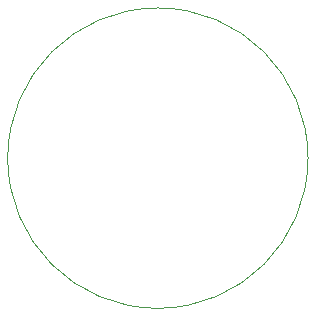
<source format=gm1>
G04 #@! TF.GenerationSoftware,KiCad,Pcbnew,(6.0.0)*
G04 #@! TF.CreationDate,2022-11-07T22:53:33+10:30*
G04 #@! TF.ProjectId,MicroTVbGone_r2,4d696372-6f54-4566-9247-6f6e655f7232,rev?*
G04 #@! TF.SameCoordinates,Original*
G04 #@! TF.FileFunction,Profile,NP*
%FSLAX46Y46*%
G04 Gerber Fmt 4.6, Leading zero omitted, Abs format (unit mm)*
G04 Created by KiCad (PCBNEW (6.0.0)) date 2022-11-07 22:53:33*
%MOMM*%
%LPD*%
G01*
G04 APERTURE LIST*
G04 #@! TA.AperFunction,Profile*
%ADD10C,0.025400*%
G04 #@! TD*
G04 APERTURE END LIST*
D10*
X161216962Y-105003600D02*
G75*
G03*
X161216962Y-105003600I-12715862J0D01*
G01*
M02*

</source>
